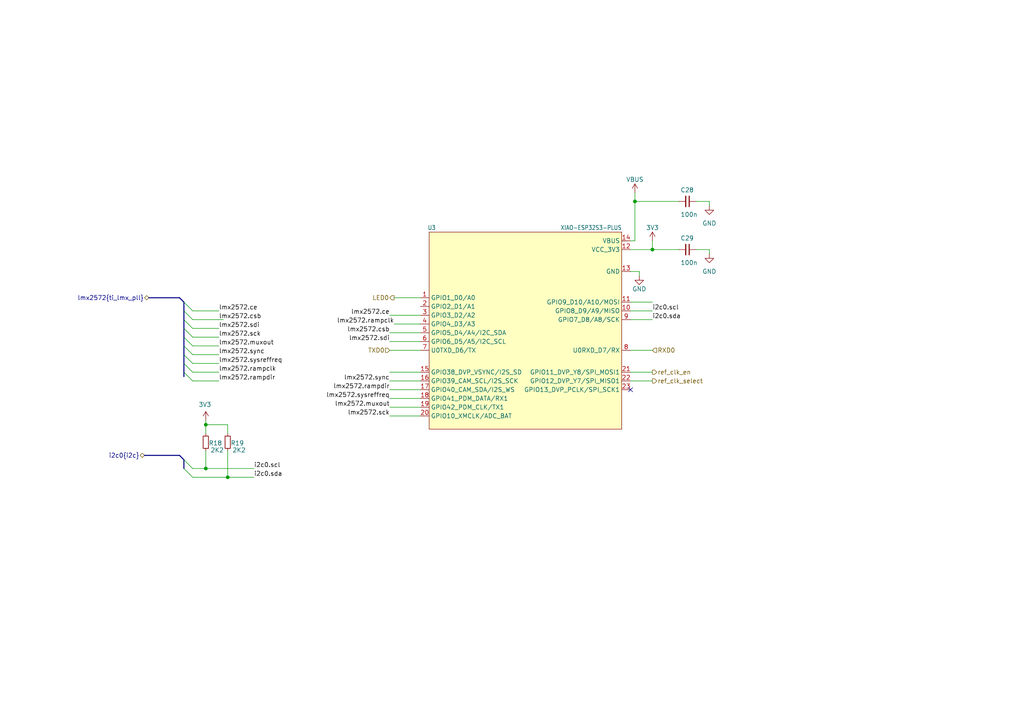
<source format=kicad_sch>
(kicad_sch (version 20250114) (generator "eeschema") (generator_version "9.0")
  (paper "A4")
  (title_block (title "ESP32S3 PLUS MICROCONTROLLER") (date "2025-03-28") (rev "${REVISION}") (company "${COMPANY}"))
  (lib_symbols
    (symbol "Device:C_Small" (pin_numbers (hide yes)) (pin_names (offset 0.254) (hide yes))
      (property "Reference" "C" (at 0.254 1.778 0))
      (property "Value" "C_Small" (at 0.254 -2.032 0))
      (symbol "C_Small_0_1"
        (polyline (pts (xy -1.524 0.508) (xy 1.524 0.508)) (stroke (width 0.3048)))
        (polyline (pts (xy -1.524 -0.508) (xy 1.524 -0.508)) (stroke (width 0.3302)))
      )
      (symbol "C_Small_1_1"
        (pin passive line (at 0 2.54 270) (length 2.032) (name "~") (number "1"))
        (pin passive line (at 0 -2.54 90) (length 2.032) (name "~") (number "2"))
      )
    )
    (symbol "Device:R_Small" (pin_numbers (hide yes)) (pin_names (offset 0.254) (hide yes))
      (property "Reference" "R" (at 0.762 0.508 0))
      (property "Value" "R_Small" (at 0.762 -1.016 0))
      (symbol "R_Small_0_1"
        (rectangle (start -0.762 1.778) (end 0.762 -1.778) (stroke (width 0.2032)))
      )
      (symbol "R_Small_1_1"
        (pin passive line (at 0 2.54 270) (length 0.762) (name "~") (number "1"))
        (pin passive line (at 0 -2.54 90) (length 0.762) (name "~") (number "2"))
      )
    )
    (symbol "SparkFun-PowerSymbol:5V" (power) (pin_names (offset 0))
      (property "Value" "5V" (at 0 3.81 0))
      (symbol "5V_0_1"
        (polyline (pts (xy -0.762 1.27) (xy 0 2.54)))
        (polyline (pts (xy 0 2.54) (xy 0.762 1.27)))
        (polyline (pts (xy 0 0) (xy 0 2.54)))
      )
      (symbol "5V_1_1"
        (pin power_in line (at 0 0 90) (length 0) (hide yes) (name "5V") (number "1"))
      )
    )
    (symbol "power:+3V3" (power) (pin_numbers (hide yes)) (pin_names (offset 0) (hide yes))
      (property "Value" "+3V3" (at 0 3.556 0))
      (symbol "+3V3_0_1"
        (polyline (pts (xy -0.762 1.27) (xy 0 2.54)))
        (polyline (pts (xy 0 2.54) (xy 0.762 1.27)))
        (polyline (pts (xy 0 0) (xy 0 2.54)))
      )
      (symbol "+3V3_1_1"
        (pin power_in line (at 0 0 90) (length 0) (name "~") (number "1"))
      )
    )
    (symbol "power:GND" (power) (pin_numbers (hide yes)) (pin_names (offset 0) (hide yes))
      (property "Value" "GND" (at 0 -3.81 0))
      (symbol "GND_0_1"
        (polyline (pts (xy 0 0) (xy 0 -1.27) (xy 1.27 -1.27) (xy 0 -2.54) (xy -1.27 -1.27) (xy 0 -1.27)))
      )
      (symbol "GND_1_1"
        (pin power_in line (at 0 0 270) (length 0) (name "~") (number "1"))
      )
    )
    (symbol "sigma0_MCU_Espressif:XIAO-ESP32S3-PLUS"
      (property "Reference" "U2" (at -20.828 15.24 0))
      (property "Value" "XIAO-ESP32S3-PLUS" (at 25.4 15.24 0))
      (symbol "XIAO-ESP32S3-PLUS_1_0"
        (polyline (pts (xy 35.56 11.43) (xy 34.29 11.43)) (stroke (width 0.1524)))
        (pin bidirectional line (at -24.13 -5.08 0) (length 2.54) (name "GPIO1_D0/A0") (number "1"))
        (pin bidirectional line (at -24.13 -7.62 0) (length 2.54) (name "GPIO2_D1/A1") (number "2"))
        (pin bidirectional line (at -24.13 -10.16 0) (length 2.54) (name "GPIO3_D2/A2") (number "3"))
        (pin bidirectional line (at -24.13 -12.7 0) (length 2.54) (name "GPIO4_D3/A3") (number "4"))
        (pin bidirectional line (at -24.13 -15.24 0) (length 2.54) (name "GPIO5_D4/A4/I2C_SDA") (number "5"))
        (pin bidirectional line (at -24.13 -17.78 0) (length 2.54) (name "GPIO6_D5/A5/I2C_SCL") (number "6"))
        (pin bidirectional line (at -24.13 -20.32 0) (length 2.54) (name "U0TXD_D6/TX") (number "7"))
        (pin power_out line (at 36.83 11.43 180) (length 2.54) (name "VBUS") (number "14"))
        (pin power_out line (at 36.83 8.89 180) (length 2.54) (name "VCC_3V3") (number "12"))
        (pin power_in line (at 36.83 2.54 180) (length 2.54) (name "GND") (number "13"))
        (pin bidirectional line (at 36.83 -6.35 180) (length 2.54) (name "GPIO9_D10/A10/MOSI") (number "11"))
        (pin bidirectional line (at 36.83 -8.89 180) (length 2.54) (name "GPIO8_D9/A9/MISO") (number "10"))
        (pin bidirectional line (at 36.83 -11.43 180) (length 2.54) (name "GPIO7_D8/A8/SCK") (number "9"))
        (pin bidirectional line (at 36.83 -20.32 180) (length 2.54) (name "U0RXD_D7/RX") (number "8"))
      )
      (symbol "XIAO-ESP32S3-PLUS_1_1"
        (rectangle (start -21.59 13.97) (end 34.29 -43.18) (fill (type background)))
        (pin bidirectional line (at -24.13 -26.67 0) (length 2.54) (name "GPIO38_DVP_VSYNC/I2S_SD") (number "15"))
        (pin bidirectional line (at -24.13 -29.21 0) (length 2.54) (name "GPIO39_CAM_SCL/I2S_SCK") (number "16"))
        (pin bidirectional line (at -24.13 -31.75 0) (length 2.54) (name "GPIO40_CAM_SDA/I2S_WS") (number "17"))
        (pin bidirectional line (at -24.13 -34.29 0) (length 2.54) (name "GPIO41_PDM_DATA/RX1") (number "18"))
        (pin bidirectional line (at -24.13 -36.83 0) (length 2.54) (name "GPIO42_PDM_CLK/TX1") (number "19"))
        (pin bidirectional line (at -24.13 -39.37 0) (length 2.54) (name "GPIO10_XMCLK/ADC_BAT") (number "20"))
        (pin bidirectional line (at 36.83 -26.67 180) (length 2.54) (name "GPIO11_DVP_Y8/SPI_MOSI1") (number "21"))
        (pin tri_state line (at 36.83 -29.21 180) (length 2.54) (name "GPIO12_DVP_Y7/SPI_MISO1") (number "22"))
        (pin bidirectional line (at 36.83 -31.75 180) (length 2.54) (name "GPIO13_DVP_PCLK/SPI_SCK1") (number "23"))
      )
    )
  )
  (bus_alias "i2c" (members "scl" "sda"))
  (junction (at 59.69 135.89))
  (junction (at 189.23 72.39))
  (junction (at 184.15 58.42))
  (junction (at 66.04 138.43))
  (junction (at 59.69 123.19))
  (no_connect (at 182.88 113.03))
  (bus_entry (at 53.34 105.41) (size 2.54 2.54))
  (bus_entry (at 53.34 102.87) (size 2.54 2.54))
  (bus_entry (at 53.34 95.25) (size 2.54 2.54))
  (bus_entry (at 53.34 87.63) (size 2.54 2.54))
  (bus_entry (at 53.34 100.33) (size 2.54 2.54))
  (bus_entry (at 53.34 135.89) (size 2.54 2.54))
  (bus_entry (at 53.34 92.71) (size 2.54 2.54))
  (bus_entry (at 53.34 107.95) (size 2.54 2.54))
  (bus_entry (at 53.34 133.35) (size 2.54 2.54))
  (bus_entry (at 53.34 90.17) (size 2.54 2.54))
  (bus_entry (at 53.34 97.79) (size 2.54 2.54))
  (wire (pts (xy 55.88 135.89) (xy 59.69 135.89)))
  (bus (pts (xy 53.34 90.17) (xy 53.34 92.71)))
  (wire (pts (xy 55.88 100.33) (xy 63.5 100.33)))
  (wire (pts (xy 55.88 97.79) (xy 63.5 97.79)))
  (wire (pts (xy 196.85 72.39) (xy 189.23 72.39)))
  (wire (pts (xy 55.88 110.49) (xy 63.5 110.49)))
  (wire (pts (xy 184.15 69.85) (xy 184.15 58.42)))
  (wire (pts (xy 66.04 125.73) (xy 66.04 123.19)))
  (bus (pts (xy 53.34 133.35) (xy 53.34 135.89)))
  (wire (pts (xy 113.03 91.44) (xy 121.92 91.44)))
  (wire (pts (xy 55.88 105.41) (xy 63.5 105.41)))
  (wire (pts (xy 113.03 113.03) (xy 121.92 113.03)))
  (bus (pts (xy 53.34 97.79) (xy 53.34 100.33)))
  (wire (pts (xy 182.88 72.39) (xy 189.23 72.39)))
  (wire (pts (xy 113.03 115.57) (xy 121.92 115.57)))
  (bus (pts (xy 52.07 86.36) (xy 53.34 87.63)))
  (wire (pts (xy 189.23 72.39) (xy 189.23 69.85)))
  (wire (pts (xy 55.88 138.43) (xy 66.04 138.43)))
  (wire (pts (xy 189.23 107.95) (xy 182.88 107.95)))
  (wire (pts (xy 182.88 69.85) (xy 184.15 69.85)))
  (wire (pts (xy 182.88 78.74) (xy 185.42 78.74)))
  (bus (pts (xy 53.34 92.71) (xy 53.34 95.25)))
  (wire (pts (xy 189.23 101.6) (xy 182.88 101.6)))
  (wire (pts (xy 55.88 92.71) (xy 64.77 92.71)))
  (wire (pts (xy 184.15 58.42) (xy 184.15 55.88)))
  (wire (pts (xy 55.88 102.87) (xy 63.5 102.87)))
  (wire (pts (xy 66.04 138.43) (xy 73.66 138.43)))
  (wire (pts (xy 55.88 90.17) (xy 63.5 90.17)))
  (wire (pts (xy 205.74 58.42) (xy 201.93 58.42)))
  (bus (pts (xy 53.34 105.41) (xy 53.34 107.95)))
  (wire (pts (xy 113.03 110.49) (xy 121.92 110.49)))
  (wire (pts (xy 189.23 110.49) (xy 182.88 110.49)))
  (wire (pts (xy 113.03 107.95) (xy 121.92 107.95)))
  (wire (pts (xy 59.69 123.19) (xy 59.69 125.73)))
  (wire (pts (xy 113.03 99.06) (xy 121.92 99.06)))
  (wire (pts (xy 55.88 95.25) (xy 63.5 95.25)))
  (wire (pts (xy 66.04 123.19) (xy 59.69 123.19)))
  (wire (pts (xy 114.3 93.98) (xy 121.92 93.98)))
  (bus (pts (xy 43.18 86.36) (xy 52.07 86.36)))
  (wire (pts (xy 113.03 118.11) (xy 121.92 118.11)))
  (wire (pts (xy 205.74 72.39) (xy 201.93 72.39)))
  (bus (pts (xy 53.34 100.33) (xy 53.34 102.87)))
  (bus (pts (xy 53.34 95.25) (xy 53.34 97.79)))
  (wire (pts (xy 55.88 107.95) (xy 63.5 107.95)))
  (wire (pts (xy 205.74 58.42) (xy 205.74 59.69)))
  (bus (pts (xy 52.07 132.08) (xy 53.34 133.35)))
  (wire (pts (xy 114.3 86.36) (xy 121.92 86.36)))
  (wire (pts (xy 184.15 58.42) (xy 196.85 58.42)))
  (wire (pts (xy 113.03 101.6) (xy 121.92 101.6)))
  (bus (pts (xy 41.91 132.08) (xy 52.07 132.08)))
  (wire (pts (xy 59.69 135.89) (xy 73.66 135.89)))
  (wire (pts (xy 205.74 72.39) (xy 205.74 73.66)))
  (wire (pts (xy 113.03 96.52) (xy 121.92 96.52)))
  (bus (pts (xy 53.34 87.63) (xy 53.34 90.17)))
  (wire (pts (xy 189.23 92.71) (xy 182.88 92.71)))
  (wire (pts (xy 185.42 78.74) (xy 185.42 80.01)))
  (wire (pts (xy 59.69 121.92) (xy 59.69 123.19)))
  (wire (pts (xy 113.03 120.65) (xy 121.92 120.65)))
  (wire (pts (xy 189.23 90.17) (xy 182.88 90.17)))
  (bus (pts (xy 53.34 102.87) (xy 53.34 105.41)))
  (wire (pts (xy 66.04 130.81) (xy 66.04 138.43)))
  (bus (pts (xy 53.34 107.95) (xy 53.34 109.22)))
  (wire (pts (xy 59.69 130.81) (xy 59.69 135.89)))
  (wire (pts (xy 189.23 87.63) (xy 182.88 87.63)))
  (label "lmx2572.ce" (at 113.03 91.44 180))
  (label "lmx2572.sck" (at 63.5 97.79 0))
  (label "lmx2572.rampdir" (at 63.5 110.49 0))
  (label "lmx2572.sync" (at 113.03 110.49 180))
  (label "lmx2572.sysreffreq" (at 113.03 115.57 180))
  (label "lmx2572.sdi" (at 113.03 99.06 180))
  (label "lmx2572.csb" (at 63.5 92.71 0))
  (label "lmx2572.rampclk" (at 63.5 107.95 0))
  (label "lmx2572.ce" (at 63.5 90.17 0))
  (label "lmx2572.sysreffreq" (at 63.5 105.41 0))
  (label "lmx2572.rampdir" (at 113.03 113.03 180))
  (label "i2c0.scl" (at 189.23 90.17 0))
  (label "lmx2572.sync" (at 63.5 102.87 0))
  (label "i2c0.sda" (at 73.66 138.43 0))
  (label "lmx2572.muxout" (at 63.5 100.33 0))
  (label "lmx2572.sck" (at 113.03 120.65 180))
  (label "lmx2572.rampclk" (at 114.3 93.98 180))
  (label "i2c0.scl" (at 73.66 135.89 0))
  (label "lmx2572.csb" (at 113.03 96.52 180))
  (label "lmx2572.muxout" (at 113.03 118.11 180))
  (label "i2c0.sda" (at 189.23 92.71 0))
  (label "lmx2572.sdi" (at 63.5 95.25 0))
  (hierarchical_label "TXD0" (shape input) (at 113.03 101.6 180))
  (hierarchical_label "ref_clk_select" (shape output) (at 189.23 110.49 0))
  (hierarchical_label "ref_clk_en" (shape output) (at 189.23 107.95 0))
  (hierarchical_label "i2c0{i2c}" (shape bidirectional) (at 41.91 132.08 180))
  (hierarchical_label "LED0" (shape output) (at 114.3 86.36 180))
  (hierarchical_label "RXD0" (shape input) (at 189.23 101.6 0))
  (hierarchical_label "lmx2572{ti_lmx_pll}" (shape bidirectional) (at 43.18 86.36 180))
  (symbol (lib_id "SparkFun-PowerSymbol:5V") (at 189.23 69.85 0) (mirror y) (unit 1)
    (property "Reference" "#PWR045" (effects (hide yes)))
    (property "Value" "3V3" (at 189.23 66.04 0))
    (property "Description" "Power symbol creates a global label with name \"5V\"" (effects (hide yes)))
  )
  (symbol (lib_id "Device:R_Small") (at 66.04 128.27 0) (unit 1)
    (property "Reference" "R19" (at 68.834 128.524 0))
    (property "Value" "2K2" (at 69.342 130.556 0))
    (property "Footprint" "Resistor_SMD:R_0402_1005Metric" (effects (hide yes)))
    (property "Datasheet" "https://industrial.panasonic.com/cdbs/www-data/pdf/RDM0000/AOA0000C307.pdf" (effects (hide yes)))
    (property "Description" "RES SMD 2.2K OHM 0.5% 1/16W 0402" (effects (hide yes)))
    (property "Manufacturer" "Panasonic Electronic Components" (effects (hide yes)))
    (property "MPN" "ERA-2AED222X" (effects (hide yes)))
    (property "Supplier" "Digikey" (effects (hide yes)))
    (property "SPN" "P2.2KDECT-ND" (effects (hide yes)))
    (property "Cost" "0.1" (effects (hide yes)))
  )
  (symbol (lib_id "power:GND") (at 185.42 80.01 0) (mirror y) (unit 1)
    (property "Reference" "#PWR044" (effects (hide yes)))
    (property "Value" "GND" (at 185.42 83.82 0))
    (property "Description" "Power symbol creates a global label with name \"GND\" , ground" (effects (hide yes)))
  )
  (symbol (lib_id "Device:C_Small") (at 199.39 72.39 270) (unit 1)
    (property "Reference" "C29" (at 197.358 69.088 90) (effects (justify left)))
    (property "Value" "100n" (at 197.358 76.2 90) (effects (justify left)))
    (property "Footprint" "Capacitor_SMD:C_0402_1005Metric" (effects (hide yes)))
    (property "Datasheet" "https://mm.digikey.com/Volume0/opasdata/d220001/medias/docus/609/CL05B104KP5NNNC_Spec.pdf" (effects (hide yes)))
    (property "Description" "CAP CER 0.1UF 25V X7R 0402" (effects (hide yes)))
    (property "Manufacturer" "Samsung Electro-Mechanics" (effects (hide yes)))
    (property "MPN" "CL05B104KA5NNNC" (effects (hide yes)))
    (property "Supplier" "Digikey" (effects (hide yes)))
    (property "SPN" "1276-6720-1-ND" (effects (hide yes)))
    (property "C" "100n" (effects (hide yes)))
    (property "Voltage" "25V" (effects (hide yes)))
    (property "Tolerance" "10%" (effects (hide yes)))
    (property "Dielectric" "X7R" (effects (hide yes)))
  )
  (symbol (lib_id "Device:R_Small") (at 59.69 128.27 0) (unit 1)
    (property "Reference" "R18" (at 62.484 128.524 0))
    (property "Value" "2K2" (at 62.992 130.556 0))
    (property "Footprint" "Resistor_SMD:R_0402_1005Metric" (effects (hide yes)))
    (property "Datasheet" "https://industrial.panasonic.com/cdbs/www-data/pdf/RDM0000/AOA0000C307.pdf" (effects (hide yes)))
    (property "Description" "RES SMD 2.2K OHM 0.5% 1/16W 0402" (effects (hide yes)))
    (property "Manufacturer" "Panasonic Electronic Components" (effects (hide yes)))
    (property "MPN" "ERA-2AED222X" (effects (hide yes)))
    (property "Supplier" "Digikey" (effects (hide yes)))
    (property "SPN" "P2.2KDECT-ND" (effects (hide yes)))
    (property "Cost" "0.1" (effects (hide yes)))
  )
  (symbol (lib_id "sigma0_MCU_Espressif:XIAO-ESP32S3-PLUS") (at 146.05 81.28 0) (unit 1)
    (property "Reference" "U3" (at 125.222 66.04 0) (effects (font (size 1.27 1.0795))))
    (property "Value" "XIAO-ESP32S3-PLUS" (at 171.45 66.04 0) (effects (font (size 1.27 1.0795))))
    (property "Footprint" "sigma0_Module:XIAO-ESP32S3P-SMD-2.54-21X17.8MM" (effects (hide yes)))
    (property "Datasheet" "https://wiki.seeedstudio.com/xiao_esp32s3_getting_started/" (effects (hide yes)))
    (property "Description" "Seeed Studio XIAO ESP32S3 - 2.4GHz WiFi, BLE 5.0, 8MB PSRAM, 8MB FLASH, Dual-core, battery charge supported, power efficiency and rich Interface, ideal for Smart Homes, IoT, Wearable Devices, Robotics" (effects (hide yes)))
    (property "Manufacturer" "Seeed Studio" (effects (hide yes)))
    (property "MPN" "113991114" (effects (hide yes)))
    (property "SKU" "XIAO-HALF-HOLE-23P" (effects (hide yes)))
  )
  (symbol (lib_id "power:GND") (at 205.74 59.69 0) (mirror y) (unit 1)
    (property "Reference" "#PWR046" (effects (hide yes)))
    (property "Value" "GND" (at 205.74 64.77 0))
    (property "Description" "Power symbol creates a global label with name \"GND\" , ground" (effects (hide yes)))
  )
  (symbol (lib_id "power:+3V3") (at 59.69 121.92 0) (unit 1)
    (property "Reference" "#PWR042" (effects (hide yes)))
    (property "Value" "3V3" (at 59.436 117.348 0))
    (property "Description" "Power symbol creates a global label with name \"+3V3\"" (effects (hide yes)))
  )
  (symbol (lib_id "SparkFun-PowerSymbol:5V") (at 184.15 55.88 0) (mirror y) (unit 1)
    (property "Reference" "#PWR043" (effects (hide yes)))
    (property "Value" "VBUS" (at 184.15 52.07 0))
    (property "Description" "Power symbol creates a global label with name \"5V\"" (effects (hide yes)))
  )
  (symbol (lib_id "power:GND") (at 205.74 73.66 0) (mirror y) (unit 1)
    (property "Reference" "#PWR047" (effects (hide yes)))
    (property "Value" "GND" (at 205.74 78.74 0))
    (property "Description" "Power symbol creates a global label with name \"GND\" , ground" (effects (hide yes)))
  )
  (symbol (lib_id "Device:C_Small") (at 199.39 58.42 270) (unit 1)
    (property "Reference" "C28" (at 197.358 55.118 90) (effects (justify left)))
    (property "Value" "100n" (at 197.358 62.23 90) (effects (justify left)))
    (property "Footprint" "Capacitor_SMD:C_0402_1005Metric" (effects (hide yes)))
    (property "Datasheet" "https://mm.digikey.com/Volume0/opasdata/d220001/medias/docus/609/CL05B104KP5NNNC_Spec.pdf" (effects (hide yes)))
    (property "Description" "CAP CER 0.1UF 25V X7R 0402" (effects (hide yes)))
    (property "Manufacturer" "Samsung Electro-Mechanics" (effects (hide yes)))
    (property "MPN" "CL05B104KA5NNNC" (effects (hide yes)))
    (property "Supplier" "Digikey" (effects (hide yes)))
    (property "SPN" "1276-6720-1-ND" (effects (hide yes)))
    (property "C" "100n" (effects (hide yes)))
    (property "Voltage" "25V" (effects (hide yes)))
    (property "Tolerance" "10%" (effects (hide yes)))
    (property "Dielectric" "X7R" (effects (hide yes)))
  )
)
</source>
